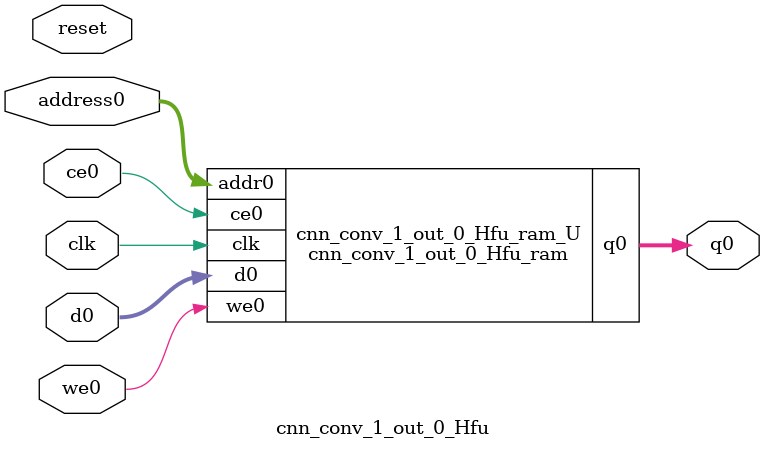
<source format=v>
`timescale 1 ns / 1 ps
module cnn_conv_1_out_0_Hfu_ram (addr0, ce0, d0, we0, q0,  clk);

parameter DWIDTH = 14;
parameter AWIDTH = 5;
parameter MEM_SIZE = 26;

input[AWIDTH-1:0] addr0;
input ce0;
input[DWIDTH-1:0] d0;
input we0;
output reg[DWIDTH-1:0] q0;
input clk;

(* ram_style = "distributed" *)reg [DWIDTH-1:0] ram[0:MEM_SIZE-1];




always @(posedge clk)  
begin 
    if (ce0) 
    begin
        if (we0) 
        begin 
            ram[addr0] <= d0; 
        end 
        q0 <= ram[addr0];
    end
end


endmodule

`timescale 1 ns / 1 ps
module cnn_conv_1_out_0_Hfu(
    reset,
    clk,
    address0,
    ce0,
    we0,
    d0,
    q0);

parameter DataWidth = 32'd14;
parameter AddressRange = 32'd26;
parameter AddressWidth = 32'd5;
input reset;
input clk;
input[AddressWidth - 1:0] address0;
input ce0;
input we0;
input[DataWidth - 1:0] d0;
output[DataWidth - 1:0] q0;



cnn_conv_1_out_0_Hfu_ram cnn_conv_1_out_0_Hfu_ram_U(
    .clk( clk ),
    .addr0( address0 ),
    .ce0( ce0 ),
    .we0( we0 ),
    .d0( d0 ),
    .q0( q0 ));

endmodule


</source>
